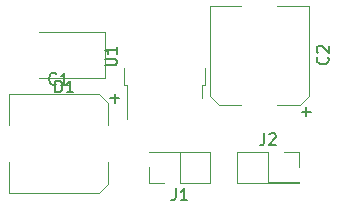
<source format=gbr>
G04 #@! TF.GenerationSoftware,KiCad,Pcbnew,(5.1.5)-3*
G04 #@! TF.CreationDate,2020-04-05T21:04:07+03:00*
G04 #@! TF.ProjectId,5V_DV,35565f44-562e-46b6-9963-61645f706362,V2.0*
G04 #@! TF.SameCoordinates,Original*
G04 #@! TF.FileFunction,Legend,Top*
G04 #@! TF.FilePolarity,Positive*
%FSLAX46Y46*%
G04 Gerber Fmt 4.6, Leading zero omitted, Abs format (unit mm)*
G04 Created by KiCad (PCBNEW (5.1.5)-3) date 2020-04-05 21:04:07*
%MOMM*%
%LPD*%
G04 APERTURE LIST*
%ADD10C,0.120000*%
%ADD11C,0.150000*%
G04 APERTURE END LIST*
D10*
X138310000Y-88810000D02*
X138310000Y-91440000D01*
X138310000Y-97190000D02*
X138310000Y-94560000D01*
X146690000Y-96430000D02*
X146690000Y-94560000D01*
X146690000Y-89570000D02*
X146690000Y-91440000D01*
X138310000Y-88810000D02*
X145930000Y-88810000D01*
X145930000Y-88810000D02*
X146690000Y-89570000D01*
X146690000Y-96430000D02*
X145930000Y-97190000D01*
X145930000Y-97190000D02*
X138310000Y-97190000D01*
X148050000Y-86570000D02*
X148050000Y-88070000D01*
X148050000Y-88070000D02*
X148320000Y-88070000D01*
X148320000Y-88070000D02*
X148320000Y-90900000D01*
X154950000Y-86570000D02*
X154950000Y-88070000D01*
X154950000Y-88070000D02*
X154680000Y-88070000D01*
X154680000Y-88070000D02*
X154680000Y-89170000D01*
X162870000Y-96270000D02*
X162870000Y-96330000D01*
X162870000Y-96330000D02*
X157670000Y-96330000D01*
X157670000Y-96330000D02*
X157670000Y-93670000D01*
X157670000Y-93670000D02*
X160270000Y-93670000D01*
X160270000Y-93670000D02*
X160270000Y-96270000D01*
X160270000Y-96270000D02*
X162870000Y-96270000D01*
X162870000Y-95000000D02*
X162870000Y-93670000D01*
X162870000Y-93670000D02*
X161600000Y-93670000D01*
X150170000Y-93730000D02*
X150170000Y-93670000D01*
X150170000Y-93670000D02*
X155370000Y-93670000D01*
X155370000Y-93670000D02*
X155370000Y-96330000D01*
X155370000Y-96330000D02*
X152770000Y-96330000D01*
X152770000Y-96330000D02*
X152770000Y-93730000D01*
X152770000Y-93730000D02*
X150170000Y-93730000D01*
X150170000Y-95000000D02*
X150170000Y-96330000D01*
X150170000Y-96330000D02*
X151440000Y-96330000D01*
X146460000Y-87450000D02*
X146460000Y-83550000D01*
X146460000Y-83550000D02*
X140850000Y-83550000D01*
X146460000Y-87450000D02*
X140850000Y-87450000D01*
X163690000Y-81310000D02*
X161060000Y-81310000D01*
X155310000Y-81310000D02*
X157940000Y-81310000D01*
X156070000Y-89690000D02*
X157940000Y-89690000D01*
X162930000Y-89690000D02*
X161060000Y-89690000D01*
X163690000Y-81310000D02*
X163690000Y-88930000D01*
X163690000Y-88930000D02*
X162930000Y-89690000D01*
X156070000Y-89690000D02*
X155310000Y-88930000D01*
X155310000Y-88930000D02*
X155310000Y-81310000D01*
D11*
X142333333Y-87907142D02*
X142285714Y-87954761D01*
X142142857Y-88002380D01*
X142047619Y-88002380D01*
X141904761Y-87954761D01*
X141809523Y-87859523D01*
X141761904Y-87764285D01*
X141714285Y-87573809D01*
X141714285Y-87430952D01*
X141761904Y-87240476D01*
X141809523Y-87145238D01*
X141904761Y-87050000D01*
X142047619Y-87002380D01*
X142142857Y-87002380D01*
X142285714Y-87050000D01*
X142333333Y-87097619D01*
X143285714Y-88002380D02*
X142714285Y-88002380D01*
X143000000Y-88002380D02*
X143000000Y-87002380D01*
X142904761Y-87145238D01*
X142809523Y-87240476D01*
X142714285Y-87288095D01*
X146899047Y-89161428D02*
X147660952Y-89161428D01*
X147280000Y-89542380D02*
X147280000Y-88780476D01*
X146452380Y-86361904D02*
X147261904Y-86361904D01*
X147357142Y-86314285D01*
X147404761Y-86266666D01*
X147452380Y-86171428D01*
X147452380Y-85980952D01*
X147404761Y-85885714D01*
X147357142Y-85838095D01*
X147261904Y-85790476D01*
X146452380Y-85790476D01*
X147452380Y-84790476D02*
X147452380Y-85361904D01*
X147452380Y-85076190D02*
X146452380Y-85076190D01*
X146595238Y-85171428D01*
X146690476Y-85266666D01*
X146738095Y-85361904D01*
X159936666Y-92122380D02*
X159936666Y-92836666D01*
X159889047Y-92979523D01*
X159793809Y-93074761D01*
X159650952Y-93122380D01*
X159555714Y-93122380D01*
X160365238Y-92217619D02*
X160412857Y-92170000D01*
X160508095Y-92122380D01*
X160746190Y-92122380D01*
X160841428Y-92170000D01*
X160889047Y-92217619D01*
X160936666Y-92312857D01*
X160936666Y-92408095D01*
X160889047Y-92550952D01*
X160317619Y-93122380D01*
X160936666Y-93122380D01*
X152436666Y-96782380D02*
X152436666Y-97496666D01*
X152389047Y-97639523D01*
X152293809Y-97734761D01*
X152150952Y-97782380D01*
X152055714Y-97782380D01*
X153436666Y-97782380D02*
X152865238Y-97782380D01*
X153150952Y-97782380D02*
X153150952Y-96782380D01*
X153055714Y-96925238D01*
X152960476Y-97020476D01*
X152865238Y-97068095D01*
X142261904Y-88652380D02*
X142261904Y-87652380D01*
X142500000Y-87652380D01*
X142642857Y-87700000D01*
X142738095Y-87795238D01*
X142785714Y-87890476D01*
X142833333Y-88080952D01*
X142833333Y-88223809D01*
X142785714Y-88414285D01*
X142738095Y-88509523D01*
X142642857Y-88604761D01*
X142500000Y-88652380D01*
X142261904Y-88652380D01*
X143785714Y-88652380D02*
X143214285Y-88652380D01*
X143500000Y-88652380D02*
X143500000Y-87652380D01*
X143404761Y-87795238D01*
X143309523Y-87890476D01*
X143214285Y-87938095D01*
X165307142Y-85666666D02*
X165354761Y-85714285D01*
X165402380Y-85857142D01*
X165402380Y-85952380D01*
X165354761Y-86095238D01*
X165259523Y-86190476D01*
X165164285Y-86238095D01*
X164973809Y-86285714D01*
X164830952Y-86285714D01*
X164640476Y-86238095D01*
X164545238Y-86190476D01*
X164450000Y-86095238D01*
X164402380Y-85952380D01*
X164402380Y-85857142D01*
X164450000Y-85714285D01*
X164497619Y-85666666D01*
X164497619Y-85285714D02*
X164450000Y-85238095D01*
X164402380Y-85142857D01*
X164402380Y-84904761D01*
X164450000Y-84809523D01*
X164497619Y-84761904D01*
X164592857Y-84714285D01*
X164688095Y-84714285D01*
X164830952Y-84761904D01*
X165402380Y-85333333D01*
X165402380Y-84714285D01*
X163481428Y-90660952D02*
X163481428Y-89899047D01*
X163862380Y-90280000D02*
X163100476Y-90280000D01*
M02*

</source>
